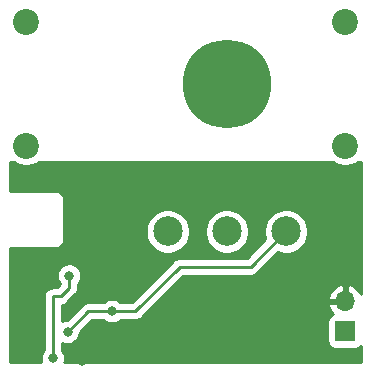
<source format=gbl>
G04 #@! TF.GenerationSoftware,KiCad,Pcbnew,(5.1.6-0-10_14)*
G04 #@! TF.CreationDate,2020-10-13T19:53:42+09:00*
G04 #@! TF.ProjectId,teabiscuits_compute,74656162-6973-4637-9569-74735f636f6d,rev?*
G04 #@! TF.SameCoordinates,Original*
G04 #@! TF.FileFunction,Copper,L2,Bot*
G04 #@! TF.FilePolarity,Positive*
%FSLAX46Y46*%
G04 Gerber Fmt 4.6, Leading zero omitted, Abs format (unit mm)*
G04 Created by KiCad (PCBNEW (5.1.6-0-10_14)) date 2020-10-13 19:53:42*
%MOMM*%
%LPD*%
G01*
G04 APERTURE LIST*
G04 #@! TA.AperFunction,ComponentPad*
%ADD10C,2.500000*%
G04 #@! TD*
G04 #@! TA.AperFunction,ComponentPad*
%ADD11C,7.500000*%
G04 #@! TD*
G04 #@! TA.AperFunction,ComponentPad*
%ADD12O,1.700000X1.700000*%
G04 #@! TD*
G04 #@! TA.AperFunction,ComponentPad*
%ADD13R,1.700000X1.700000*%
G04 #@! TD*
G04 #@! TA.AperFunction,ViaPad*
%ADD14C,2.200000*%
G04 #@! TD*
G04 #@! TA.AperFunction,ViaPad*
%ADD15C,0.800000*%
G04 #@! TD*
G04 #@! TA.AperFunction,Conductor*
%ADD16C,0.250000*%
G04 #@! TD*
G04 #@! TA.AperFunction,Conductor*
%ADD17C,0.254000*%
G04 #@! TD*
G04 APERTURE END LIST*
D10*
X156500000Y-165750000D03*
X161500000Y-165750000D03*
X151500000Y-165750000D03*
D11*
X156500000Y-153250000D03*
D12*
X166500000Y-171670000D03*
D13*
X166500000Y-174210000D03*
D14*
X166500000Y-148000000D03*
X139500000Y-148000000D03*
X166500000Y-158500000D03*
X139500000Y-158500000D03*
D15*
X143000000Y-167250000D03*
X138500000Y-172750000D03*
X144250000Y-176750000D03*
X143000000Y-174250000D03*
X146750000Y-172500000D03*
X141750000Y-176500000D03*
X143135000Y-169500000D03*
D16*
X144750000Y-172500000D02*
X146750000Y-172500000D01*
X143000000Y-174250000D02*
X144750000Y-172500000D01*
X161500000Y-165750000D02*
X158500000Y-168750000D01*
X158500000Y-168750000D02*
X152500000Y-168750000D01*
X148750000Y-172500000D02*
X146750000Y-172500000D01*
X152500000Y-168750000D02*
X148750000Y-172500000D01*
X141750000Y-176500000D02*
X141750000Y-171250000D01*
X142410000Y-171250000D02*
X143135000Y-170525000D01*
X141750000Y-171250000D02*
X142410000Y-171250000D01*
X143135000Y-170525000D02*
X143135000Y-169500000D01*
D17*
G36*
X138678169Y-160037537D02*
G01*
X138993919Y-160168325D01*
X139329117Y-160235000D01*
X139670883Y-160235000D01*
X140006081Y-160168325D01*
X140321831Y-160037537D01*
X140562092Y-159877000D01*
X165437908Y-159877000D01*
X165678169Y-160037537D01*
X165993919Y-160168325D01*
X166329117Y-160235000D01*
X166670883Y-160235000D01*
X167006081Y-160168325D01*
X167321831Y-160037537D01*
X167562092Y-159877000D01*
X167840001Y-159877000D01*
X167840000Y-171046599D01*
X167771641Y-170903080D01*
X167597588Y-170669731D01*
X167381355Y-170474822D01*
X167131252Y-170325843D01*
X166856891Y-170228519D01*
X166627000Y-170349186D01*
X166627000Y-171543000D01*
X166647000Y-171543000D01*
X166647000Y-171797000D01*
X166627000Y-171797000D01*
X166627000Y-171817000D01*
X166373000Y-171817000D01*
X166373000Y-171797000D01*
X165179845Y-171797000D01*
X165058524Y-172026890D01*
X165103175Y-172174099D01*
X165228359Y-172436920D01*
X165402412Y-172670269D01*
X165486466Y-172746034D01*
X165405820Y-172770498D01*
X165295506Y-172829463D01*
X165198815Y-172908815D01*
X165119463Y-173005506D01*
X165060498Y-173115820D01*
X165024188Y-173235518D01*
X165011928Y-173360000D01*
X165011928Y-175060000D01*
X165024188Y-175184482D01*
X165060498Y-175304180D01*
X165119463Y-175414494D01*
X165198815Y-175511185D01*
X165295506Y-175590537D01*
X165405820Y-175649502D01*
X165525518Y-175685812D01*
X165650000Y-175698072D01*
X167350000Y-175698072D01*
X167474482Y-175685812D01*
X167594180Y-175649502D01*
X167704494Y-175590537D01*
X167801185Y-175511185D01*
X167840000Y-175463889D01*
X167840000Y-176840000D01*
X142729444Y-176840000D01*
X142745226Y-176801898D01*
X142785000Y-176601939D01*
X142785000Y-176398061D01*
X142745226Y-176198102D01*
X142667205Y-176009744D01*
X142553937Y-175840226D01*
X142510000Y-175796289D01*
X142510000Y-175167311D01*
X142698102Y-175245226D01*
X142898061Y-175285000D01*
X143101939Y-175285000D01*
X143301898Y-175245226D01*
X143490256Y-175167205D01*
X143659774Y-175053937D01*
X143803937Y-174909774D01*
X143917205Y-174740256D01*
X143995226Y-174551898D01*
X144035000Y-174351939D01*
X144035000Y-174289801D01*
X145064802Y-173260000D01*
X146046289Y-173260000D01*
X146090226Y-173303937D01*
X146259744Y-173417205D01*
X146448102Y-173495226D01*
X146648061Y-173535000D01*
X146851939Y-173535000D01*
X147051898Y-173495226D01*
X147240256Y-173417205D01*
X147409774Y-173303937D01*
X147453711Y-173260000D01*
X148712678Y-173260000D01*
X148750000Y-173263676D01*
X148787322Y-173260000D01*
X148787333Y-173260000D01*
X148898986Y-173249003D01*
X149042247Y-173205546D01*
X149174276Y-173134974D01*
X149290001Y-173040001D01*
X149313804Y-173010997D01*
X151011691Y-171313110D01*
X165058524Y-171313110D01*
X165179845Y-171543000D01*
X166373000Y-171543000D01*
X166373000Y-170349186D01*
X166143109Y-170228519D01*
X165868748Y-170325843D01*
X165618645Y-170474822D01*
X165402412Y-170669731D01*
X165228359Y-170903080D01*
X165103175Y-171165901D01*
X165058524Y-171313110D01*
X151011691Y-171313110D01*
X152814802Y-169510000D01*
X158462678Y-169510000D01*
X158500000Y-169513676D01*
X158537322Y-169510000D01*
X158537333Y-169510000D01*
X158648986Y-169499003D01*
X158792247Y-169455546D01*
X158924276Y-169384974D01*
X159040001Y-169290001D01*
X159063804Y-169260997D01*
X160817283Y-167507519D01*
X160950166Y-167562561D01*
X161314344Y-167635000D01*
X161685656Y-167635000D01*
X162049834Y-167562561D01*
X162392882Y-167420466D01*
X162701618Y-167214175D01*
X162964175Y-166951618D01*
X163170466Y-166642882D01*
X163312561Y-166299834D01*
X163385000Y-165935656D01*
X163385000Y-165564344D01*
X163312561Y-165200166D01*
X163170466Y-164857118D01*
X162964175Y-164548382D01*
X162701618Y-164285825D01*
X162392882Y-164079534D01*
X162049834Y-163937439D01*
X161685656Y-163865000D01*
X161314344Y-163865000D01*
X160950166Y-163937439D01*
X160607118Y-164079534D01*
X160298382Y-164285825D01*
X160035825Y-164548382D01*
X159829534Y-164857118D01*
X159687439Y-165200166D01*
X159615000Y-165564344D01*
X159615000Y-165935656D01*
X159687439Y-166299834D01*
X159742481Y-166432717D01*
X158185199Y-167990000D01*
X152537323Y-167990000D01*
X152500000Y-167986324D01*
X152462677Y-167990000D01*
X152462667Y-167990000D01*
X152351014Y-168000997D01*
X152207753Y-168044454D01*
X152075724Y-168115026D01*
X151959999Y-168209999D01*
X151936201Y-168238997D01*
X148435199Y-171740000D01*
X147453711Y-171740000D01*
X147409774Y-171696063D01*
X147240256Y-171582795D01*
X147051898Y-171504774D01*
X146851939Y-171465000D01*
X146648061Y-171465000D01*
X146448102Y-171504774D01*
X146259744Y-171582795D01*
X146090226Y-171696063D01*
X146046289Y-171740000D01*
X144787325Y-171740000D01*
X144750000Y-171736324D01*
X144712675Y-171740000D01*
X144712667Y-171740000D01*
X144601014Y-171750997D01*
X144457753Y-171794454D01*
X144325724Y-171865026D01*
X144209999Y-171959999D01*
X144186201Y-171988997D01*
X142960199Y-173215000D01*
X142898061Y-173215000D01*
X142698102Y-173254774D01*
X142510000Y-173332689D01*
X142510000Y-172003828D01*
X142558986Y-171999003D01*
X142702247Y-171955546D01*
X142834276Y-171884974D01*
X142950001Y-171790001D01*
X142973803Y-171760998D01*
X143646004Y-171088798D01*
X143675001Y-171065001D01*
X143769974Y-170949276D01*
X143840546Y-170817247D01*
X143884003Y-170673986D01*
X143895000Y-170562333D01*
X143895000Y-170562323D01*
X143898676Y-170525000D01*
X143895000Y-170487677D01*
X143895000Y-170203711D01*
X143938937Y-170159774D01*
X144052205Y-169990256D01*
X144130226Y-169801898D01*
X144170000Y-169601939D01*
X144170000Y-169398061D01*
X144130226Y-169198102D01*
X144052205Y-169009744D01*
X143938937Y-168840226D01*
X143794774Y-168696063D01*
X143625256Y-168582795D01*
X143436898Y-168504774D01*
X143236939Y-168465000D01*
X143033061Y-168465000D01*
X142833102Y-168504774D01*
X142644744Y-168582795D01*
X142475226Y-168696063D01*
X142331063Y-168840226D01*
X142217795Y-169009744D01*
X142139774Y-169198102D01*
X142100000Y-169398061D01*
X142100000Y-169601939D01*
X142139774Y-169801898D01*
X142217795Y-169990256D01*
X142331063Y-170159774D01*
X142375000Y-170203711D01*
X142375000Y-170210198D01*
X142095199Y-170490000D01*
X141787333Y-170490000D01*
X141750000Y-170486323D01*
X141712667Y-170490000D01*
X141601014Y-170500997D01*
X141457753Y-170544454D01*
X141325724Y-170615026D01*
X141209999Y-170709999D01*
X141115026Y-170825724D01*
X141044454Y-170957753D01*
X141000997Y-171101014D01*
X140986323Y-171250000D01*
X140990001Y-171287343D01*
X140990000Y-175796289D01*
X140946063Y-175840226D01*
X140832795Y-176009744D01*
X140754774Y-176198102D01*
X140715000Y-176398061D01*
X140715000Y-176601939D01*
X140754774Y-176801898D01*
X140770556Y-176840000D01*
X138160000Y-176840000D01*
X138160000Y-167185000D01*
X141966353Y-167185000D01*
X142000000Y-167188314D01*
X142033647Y-167185000D01*
X142134283Y-167175088D01*
X142263406Y-167135919D01*
X142382407Y-167072312D01*
X142486711Y-166986711D01*
X142572312Y-166882407D01*
X142635919Y-166763406D01*
X142675088Y-166634283D01*
X142688314Y-166500000D01*
X142685000Y-166466353D01*
X142685000Y-165564344D01*
X149615000Y-165564344D01*
X149615000Y-165935656D01*
X149687439Y-166299834D01*
X149829534Y-166642882D01*
X150035825Y-166951618D01*
X150298382Y-167214175D01*
X150607118Y-167420466D01*
X150950166Y-167562561D01*
X151314344Y-167635000D01*
X151685656Y-167635000D01*
X152049834Y-167562561D01*
X152392882Y-167420466D01*
X152701618Y-167214175D01*
X152964175Y-166951618D01*
X153170466Y-166642882D01*
X153312561Y-166299834D01*
X153385000Y-165935656D01*
X153385000Y-165564344D01*
X154615000Y-165564344D01*
X154615000Y-165935656D01*
X154687439Y-166299834D01*
X154829534Y-166642882D01*
X155035825Y-166951618D01*
X155298382Y-167214175D01*
X155607118Y-167420466D01*
X155950166Y-167562561D01*
X156314344Y-167635000D01*
X156685656Y-167635000D01*
X157049834Y-167562561D01*
X157392882Y-167420466D01*
X157701618Y-167214175D01*
X157964175Y-166951618D01*
X158170466Y-166642882D01*
X158312561Y-166299834D01*
X158385000Y-165935656D01*
X158385000Y-165564344D01*
X158312561Y-165200166D01*
X158170466Y-164857118D01*
X157964175Y-164548382D01*
X157701618Y-164285825D01*
X157392882Y-164079534D01*
X157049834Y-163937439D01*
X156685656Y-163865000D01*
X156314344Y-163865000D01*
X155950166Y-163937439D01*
X155607118Y-164079534D01*
X155298382Y-164285825D01*
X155035825Y-164548382D01*
X154829534Y-164857118D01*
X154687439Y-165200166D01*
X154615000Y-165564344D01*
X153385000Y-165564344D01*
X153312561Y-165200166D01*
X153170466Y-164857118D01*
X152964175Y-164548382D01*
X152701618Y-164285825D01*
X152392882Y-164079534D01*
X152049834Y-163937439D01*
X151685656Y-163865000D01*
X151314344Y-163865000D01*
X150950166Y-163937439D01*
X150607118Y-164079534D01*
X150298382Y-164285825D01*
X150035825Y-164548382D01*
X149829534Y-164857118D01*
X149687439Y-165200166D01*
X149615000Y-165564344D01*
X142685000Y-165564344D01*
X142685000Y-163033647D01*
X142688314Y-163000000D01*
X142675088Y-162865717D01*
X142635919Y-162736594D01*
X142572312Y-162617593D01*
X142486711Y-162513289D01*
X142382407Y-162427688D01*
X142263406Y-162364081D01*
X142134283Y-162324912D01*
X142033647Y-162315000D01*
X142000000Y-162311686D01*
X141966353Y-162315000D01*
X138160000Y-162315000D01*
X138160000Y-159877000D01*
X138437908Y-159877000D01*
X138678169Y-160037537D01*
G37*
X138678169Y-160037537D02*
X138993919Y-160168325D01*
X139329117Y-160235000D01*
X139670883Y-160235000D01*
X140006081Y-160168325D01*
X140321831Y-160037537D01*
X140562092Y-159877000D01*
X165437908Y-159877000D01*
X165678169Y-160037537D01*
X165993919Y-160168325D01*
X166329117Y-160235000D01*
X166670883Y-160235000D01*
X167006081Y-160168325D01*
X167321831Y-160037537D01*
X167562092Y-159877000D01*
X167840001Y-159877000D01*
X167840000Y-171046599D01*
X167771641Y-170903080D01*
X167597588Y-170669731D01*
X167381355Y-170474822D01*
X167131252Y-170325843D01*
X166856891Y-170228519D01*
X166627000Y-170349186D01*
X166627000Y-171543000D01*
X166647000Y-171543000D01*
X166647000Y-171797000D01*
X166627000Y-171797000D01*
X166627000Y-171817000D01*
X166373000Y-171817000D01*
X166373000Y-171797000D01*
X165179845Y-171797000D01*
X165058524Y-172026890D01*
X165103175Y-172174099D01*
X165228359Y-172436920D01*
X165402412Y-172670269D01*
X165486466Y-172746034D01*
X165405820Y-172770498D01*
X165295506Y-172829463D01*
X165198815Y-172908815D01*
X165119463Y-173005506D01*
X165060498Y-173115820D01*
X165024188Y-173235518D01*
X165011928Y-173360000D01*
X165011928Y-175060000D01*
X165024188Y-175184482D01*
X165060498Y-175304180D01*
X165119463Y-175414494D01*
X165198815Y-175511185D01*
X165295506Y-175590537D01*
X165405820Y-175649502D01*
X165525518Y-175685812D01*
X165650000Y-175698072D01*
X167350000Y-175698072D01*
X167474482Y-175685812D01*
X167594180Y-175649502D01*
X167704494Y-175590537D01*
X167801185Y-175511185D01*
X167840000Y-175463889D01*
X167840000Y-176840000D01*
X142729444Y-176840000D01*
X142745226Y-176801898D01*
X142785000Y-176601939D01*
X142785000Y-176398061D01*
X142745226Y-176198102D01*
X142667205Y-176009744D01*
X142553937Y-175840226D01*
X142510000Y-175796289D01*
X142510000Y-175167311D01*
X142698102Y-175245226D01*
X142898061Y-175285000D01*
X143101939Y-175285000D01*
X143301898Y-175245226D01*
X143490256Y-175167205D01*
X143659774Y-175053937D01*
X143803937Y-174909774D01*
X143917205Y-174740256D01*
X143995226Y-174551898D01*
X144035000Y-174351939D01*
X144035000Y-174289801D01*
X145064802Y-173260000D01*
X146046289Y-173260000D01*
X146090226Y-173303937D01*
X146259744Y-173417205D01*
X146448102Y-173495226D01*
X146648061Y-173535000D01*
X146851939Y-173535000D01*
X147051898Y-173495226D01*
X147240256Y-173417205D01*
X147409774Y-173303937D01*
X147453711Y-173260000D01*
X148712678Y-173260000D01*
X148750000Y-173263676D01*
X148787322Y-173260000D01*
X148787333Y-173260000D01*
X148898986Y-173249003D01*
X149042247Y-173205546D01*
X149174276Y-173134974D01*
X149290001Y-173040001D01*
X149313804Y-173010997D01*
X151011691Y-171313110D01*
X165058524Y-171313110D01*
X165179845Y-171543000D01*
X166373000Y-171543000D01*
X166373000Y-170349186D01*
X166143109Y-170228519D01*
X165868748Y-170325843D01*
X165618645Y-170474822D01*
X165402412Y-170669731D01*
X165228359Y-170903080D01*
X165103175Y-171165901D01*
X165058524Y-171313110D01*
X151011691Y-171313110D01*
X152814802Y-169510000D01*
X158462678Y-169510000D01*
X158500000Y-169513676D01*
X158537322Y-169510000D01*
X158537333Y-169510000D01*
X158648986Y-169499003D01*
X158792247Y-169455546D01*
X158924276Y-169384974D01*
X159040001Y-169290001D01*
X159063804Y-169260997D01*
X160817283Y-167507519D01*
X160950166Y-167562561D01*
X161314344Y-167635000D01*
X161685656Y-167635000D01*
X162049834Y-167562561D01*
X162392882Y-167420466D01*
X162701618Y-167214175D01*
X162964175Y-166951618D01*
X163170466Y-166642882D01*
X163312561Y-166299834D01*
X163385000Y-165935656D01*
X163385000Y-165564344D01*
X163312561Y-165200166D01*
X163170466Y-164857118D01*
X162964175Y-164548382D01*
X162701618Y-164285825D01*
X162392882Y-164079534D01*
X162049834Y-163937439D01*
X161685656Y-163865000D01*
X161314344Y-163865000D01*
X160950166Y-163937439D01*
X160607118Y-164079534D01*
X160298382Y-164285825D01*
X160035825Y-164548382D01*
X159829534Y-164857118D01*
X159687439Y-165200166D01*
X159615000Y-165564344D01*
X159615000Y-165935656D01*
X159687439Y-166299834D01*
X159742481Y-166432717D01*
X158185199Y-167990000D01*
X152537323Y-167990000D01*
X152500000Y-167986324D01*
X152462677Y-167990000D01*
X152462667Y-167990000D01*
X152351014Y-168000997D01*
X152207753Y-168044454D01*
X152075724Y-168115026D01*
X151959999Y-168209999D01*
X151936201Y-168238997D01*
X148435199Y-171740000D01*
X147453711Y-171740000D01*
X147409774Y-171696063D01*
X147240256Y-171582795D01*
X147051898Y-171504774D01*
X146851939Y-171465000D01*
X146648061Y-171465000D01*
X146448102Y-171504774D01*
X146259744Y-171582795D01*
X146090226Y-171696063D01*
X146046289Y-171740000D01*
X144787325Y-171740000D01*
X144750000Y-171736324D01*
X144712675Y-171740000D01*
X144712667Y-171740000D01*
X144601014Y-171750997D01*
X144457753Y-171794454D01*
X144325724Y-171865026D01*
X144209999Y-171959999D01*
X144186201Y-171988997D01*
X142960199Y-173215000D01*
X142898061Y-173215000D01*
X142698102Y-173254774D01*
X142510000Y-173332689D01*
X142510000Y-172003828D01*
X142558986Y-171999003D01*
X142702247Y-171955546D01*
X142834276Y-171884974D01*
X142950001Y-171790001D01*
X142973803Y-171760998D01*
X143646004Y-171088798D01*
X143675001Y-171065001D01*
X143769974Y-170949276D01*
X143840546Y-170817247D01*
X143884003Y-170673986D01*
X143895000Y-170562333D01*
X143895000Y-170562323D01*
X143898676Y-170525000D01*
X143895000Y-170487677D01*
X143895000Y-170203711D01*
X143938937Y-170159774D01*
X144052205Y-169990256D01*
X144130226Y-169801898D01*
X144170000Y-169601939D01*
X144170000Y-169398061D01*
X144130226Y-169198102D01*
X144052205Y-169009744D01*
X143938937Y-168840226D01*
X143794774Y-168696063D01*
X143625256Y-168582795D01*
X143436898Y-168504774D01*
X143236939Y-168465000D01*
X143033061Y-168465000D01*
X142833102Y-168504774D01*
X142644744Y-168582795D01*
X142475226Y-168696063D01*
X142331063Y-168840226D01*
X142217795Y-169009744D01*
X142139774Y-169198102D01*
X142100000Y-169398061D01*
X142100000Y-169601939D01*
X142139774Y-169801898D01*
X142217795Y-169990256D01*
X142331063Y-170159774D01*
X142375000Y-170203711D01*
X142375000Y-170210198D01*
X142095199Y-170490000D01*
X141787333Y-170490000D01*
X141750000Y-170486323D01*
X141712667Y-170490000D01*
X141601014Y-170500997D01*
X141457753Y-170544454D01*
X141325724Y-170615026D01*
X141209999Y-170709999D01*
X141115026Y-170825724D01*
X141044454Y-170957753D01*
X141000997Y-171101014D01*
X140986323Y-171250000D01*
X140990001Y-171287343D01*
X140990000Y-175796289D01*
X140946063Y-175840226D01*
X140832795Y-176009744D01*
X140754774Y-176198102D01*
X140715000Y-176398061D01*
X140715000Y-176601939D01*
X140754774Y-176801898D01*
X140770556Y-176840000D01*
X138160000Y-176840000D01*
X138160000Y-167185000D01*
X141966353Y-167185000D01*
X142000000Y-167188314D01*
X142033647Y-167185000D01*
X142134283Y-167175088D01*
X142263406Y-167135919D01*
X142382407Y-167072312D01*
X142486711Y-166986711D01*
X142572312Y-166882407D01*
X142635919Y-166763406D01*
X142675088Y-166634283D01*
X142688314Y-166500000D01*
X142685000Y-166466353D01*
X142685000Y-165564344D01*
X149615000Y-165564344D01*
X149615000Y-165935656D01*
X149687439Y-166299834D01*
X149829534Y-166642882D01*
X150035825Y-166951618D01*
X150298382Y-167214175D01*
X150607118Y-167420466D01*
X150950166Y-167562561D01*
X151314344Y-167635000D01*
X151685656Y-167635000D01*
X152049834Y-167562561D01*
X152392882Y-167420466D01*
X152701618Y-167214175D01*
X152964175Y-166951618D01*
X153170466Y-166642882D01*
X153312561Y-166299834D01*
X153385000Y-165935656D01*
X153385000Y-165564344D01*
X154615000Y-165564344D01*
X154615000Y-165935656D01*
X154687439Y-166299834D01*
X154829534Y-166642882D01*
X155035825Y-166951618D01*
X155298382Y-167214175D01*
X155607118Y-167420466D01*
X155950166Y-167562561D01*
X156314344Y-167635000D01*
X156685656Y-167635000D01*
X157049834Y-167562561D01*
X157392882Y-167420466D01*
X157701618Y-167214175D01*
X157964175Y-166951618D01*
X158170466Y-166642882D01*
X158312561Y-166299834D01*
X158385000Y-165935656D01*
X158385000Y-165564344D01*
X158312561Y-165200166D01*
X158170466Y-164857118D01*
X157964175Y-164548382D01*
X157701618Y-164285825D01*
X157392882Y-164079534D01*
X157049834Y-163937439D01*
X156685656Y-163865000D01*
X156314344Y-163865000D01*
X155950166Y-163937439D01*
X155607118Y-164079534D01*
X155298382Y-164285825D01*
X155035825Y-164548382D01*
X154829534Y-164857118D01*
X154687439Y-165200166D01*
X154615000Y-165564344D01*
X153385000Y-165564344D01*
X153312561Y-165200166D01*
X153170466Y-164857118D01*
X152964175Y-164548382D01*
X152701618Y-164285825D01*
X152392882Y-164079534D01*
X152049834Y-163937439D01*
X151685656Y-163865000D01*
X151314344Y-163865000D01*
X150950166Y-163937439D01*
X150607118Y-164079534D01*
X150298382Y-164285825D01*
X150035825Y-164548382D01*
X149829534Y-164857118D01*
X149687439Y-165200166D01*
X149615000Y-165564344D01*
X142685000Y-165564344D01*
X142685000Y-163033647D01*
X142688314Y-163000000D01*
X142675088Y-162865717D01*
X142635919Y-162736594D01*
X142572312Y-162617593D01*
X142486711Y-162513289D01*
X142382407Y-162427688D01*
X142263406Y-162364081D01*
X142134283Y-162324912D01*
X142033647Y-162315000D01*
X142000000Y-162311686D01*
X141966353Y-162315000D01*
X138160000Y-162315000D01*
X138160000Y-159877000D01*
X138437908Y-159877000D01*
X138678169Y-160037537D01*
M02*

</source>
